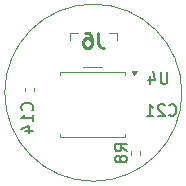
<source format=gbr>
%TF.GenerationSoftware,KiCad,Pcbnew,9.0.0*%
%TF.CreationDate,2025-03-13T16:01:27-04:00*%
%TF.ProjectId,IngestibleCapsule-Board,496e6765-7374-4696-926c-654361707375,rev?*%
%TF.SameCoordinates,Original*%
%TF.FileFunction,Legend,Bot*%
%TF.FilePolarity,Positive*%
%FSLAX46Y46*%
G04 Gerber Fmt 4.6, Leading zero omitted, Abs format (unit mm)*
G04 Created by KiCad (PCBNEW 9.0.0) date 2025-03-13 16:01:27*
%MOMM*%
%LPD*%
G01*
G04 APERTURE LIST*
%ADD10C,0.150000*%
%ADD11C,0.254000*%
%ADD12C,0.120000*%
%ADD13C,0.100000*%
%TA.AperFunction,Profile*%
%ADD14C,0.050000*%
%TD*%
G04 APERTURE END LIST*
D10*
X106259404Y-113249819D02*
X106259404Y-114059342D01*
X106259404Y-114059342D02*
X106211785Y-114154580D01*
X106211785Y-114154580D02*
X106164166Y-114202200D01*
X106164166Y-114202200D02*
X106068928Y-114249819D01*
X106068928Y-114249819D02*
X105878452Y-114249819D01*
X105878452Y-114249819D02*
X105783214Y-114202200D01*
X105783214Y-114202200D02*
X105735595Y-114154580D01*
X105735595Y-114154580D02*
X105687976Y-114059342D01*
X105687976Y-114059342D02*
X105687976Y-113249819D01*
X104783214Y-113583152D02*
X104783214Y-114249819D01*
X105021309Y-113202200D02*
X105259404Y-113916485D01*
X105259404Y-113916485D02*
X104640357Y-113916485D01*
X94807080Y-116477142D02*
X94854700Y-116429523D01*
X94854700Y-116429523D02*
X94902319Y-116286666D01*
X94902319Y-116286666D02*
X94902319Y-116191428D01*
X94902319Y-116191428D02*
X94854700Y-116048571D01*
X94854700Y-116048571D02*
X94759461Y-115953333D01*
X94759461Y-115953333D02*
X94664223Y-115905714D01*
X94664223Y-115905714D02*
X94473747Y-115858095D01*
X94473747Y-115858095D02*
X94330890Y-115858095D01*
X94330890Y-115858095D02*
X94140414Y-115905714D01*
X94140414Y-115905714D02*
X94045176Y-115953333D01*
X94045176Y-115953333D02*
X93949938Y-116048571D01*
X93949938Y-116048571D02*
X93902319Y-116191428D01*
X93902319Y-116191428D02*
X93902319Y-116286666D01*
X93902319Y-116286666D02*
X93949938Y-116429523D01*
X93949938Y-116429523D02*
X93997557Y-116477142D01*
X94902319Y-117429523D02*
X94902319Y-116858095D01*
X94902319Y-117143809D02*
X93902319Y-117143809D01*
X93902319Y-117143809D02*
X94045176Y-117048571D01*
X94045176Y-117048571D02*
X94140414Y-116953333D01*
X94140414Y-116953333D02*
X94188033Y-116858095D01*
X94235652Y-118286666D02*
X94902319Y-118286666D01*
X93854700Y-118048571D02*
X94568985Y-117810476D01*
X94568985Y-117810476D02*
X94568985Y-118429523D01*
X102854819Y-119953333D02*
X102378628Y-119620000D01*
X102854819Y-119381905D02*
X101854819Y-119381905D01*
X101854819Y-119381905D02*
X101854819Y-119762857D01*
X101854819Y-119762857D02*
X101902438Y-119858095D01*
X101902438Y-119858095D02*
X101950057Y-119905714D01*
X101950057Y-119905714D02*
X102045295Y-119953333D01*
X102045295Y-119953333D02*
X102188152Y-119953333D01*
X102188152Y-119953333D02*
X102283390Y-119905714D01*
X102283390Y-119905714D02*
X102331009Y-119858095D01*
X102331009Y-119858095D02*
X102378628Y-119762857D01*
X102378628Y-119762857D02*
X102378628Y-119381905D01*
X102283390Y-120524762D02*
X102235771Y-120429524D01*
X102235771Y-120429524D02*
X102188152Y-120381905D01*
X102188152Y-120381905D02*
X102092914Y-120334286D01*
X102092914Y-120334286D02*
X102045295Y-120334286D01*
X102045295Y-120334286D02*
X101950057Y-120381905D01*
X101950057Y-120381905D02*
X101902438Y-120429524D01*
X101902438Y-120429524D02*
X101854819Y-120524762D01*
X101854819Y-120524762D02*
X101854819Y-120715238D01*
X101854819Y-120715238D02*
X101902438Y-120810476D01*
X101902438Y-120810476D02*
X101950057Y-120858095D01*
X101950057Y-120858095D02*
X102045295Y-120905714D01*
X102045295Y-120905714D02*
X102092914Y-120905714D01*
X102092914Y-120905714D02*
X102188152Y-120858095D01*
X102188152Y-120858095D02*
X102235771Y-120810476D01*
X102235771Y-120810476D02*
X102283390Y-120715238D01*
X102283390Y-120715238D02*
X102283390Y-120524762D01*
X102283390Y-120524762D02*
X102331009Y-120429524D01*
X102331009Y-120429524D02*
X102378628Y-120381905D01*
X102378628Y-120381905D02*
X102473866Y-120334286D01*
X102473866Y-120334286D02*
X102664342Y-120334286D01*
X102664342Y-120334286D02*
X102759580Y-120381905D01*
X102759580Y-120381905D02*
X102807200Y-120429524D01*
X102807200Y-120429524D02*
X102854819Y-120524762D01*
X102854819Y-120524762D02*
X102854819Y-120715238D01*
X102854819Y-120715238D02*
X102807200Y-120810476D01*
X102807200Y-120810476D02*
X102759580Y-120858095D01*
X102759580Y-120858095D02*
X102664342Y-120905714D01*
X102664342Y-120905714D02*
X102473866Y-120905714D01*
X102473866Y-120905714D02*
X102378628Y-120858095D01*
X102378628Y-120858095D02*
X102331009Y-120810476D01*
X102331009Y-120810476D02*
X102283390Y-120715238D01*
D11*
X100423332Y-109917318D02*
X100423332Y-110824461D01*
X100423332Y-110824461D02*
X100483809Y-111005889D01*
X100483809Y-111005889D02*
X100604761Y-111126842D01*
X100604761Y-111126842D02*
X100786190Y-111187318D01*
X100786190Y-111187318D02*
X100907142Y-111187318D01*
X99274285Y-109917318D02*
X99516190Y-109917318D01*
X99516190Y-109917318D02*
X99637142Y-109977794D01*
X99637142Y-109977794D02*
X99697618Y-110038270D01*
X99697618Y-110038270D02*
X99818571Y-110219699D01*
X99818571Y-110219699D02*
X99879047Y-110461603D01*
X99879047Y-110461603D02*
X99879047Y-110945413D01*
X99879047Y-110945413D02*
X99818571Y-111066365D01*
X99818571Y-111066365D02*
X99758094Y-111126842D01*
X99758094Y-111126842D02*
X99637142Y-111187318D01*
X99637142Y-111187318D02*
X99395237Y-111187318D01*
X99395237Y-111187318D02*
X99274285Y-111126842D01*
X99274285Y-111126842D02*
X99213809Y-111066365D01*
X99213809Y-111066365D02*
X99153332Y-110945413D01*
X99153332Y-110945413D02*
X99153332Y-110643032D01*
X99153332Y-110643032D02*
X99213809Y-110522080D01*
X99213809Y-110522080D02*
X99274285Y-110461603D01*
X99274285Y-110461603D02*
X99395237Y-110401127D01*
X99395237Y-110401127D02*
X99637142Y-110401127D01*
X99637142Y-110401127D02*
X99758094Y-110461603D01*
X99758094Y-110461603D02*
X99818571Y-110522080D01*
X99818571Y-110522080D02*
X99879047Y-110643032D01*
D10*
X106417857Y-116884580D02*
X106465476Y-116932200D01*
X106465476Y-116932200D02*
X106608333Y-116979819D01*
X106608333Y-116979819D02*
X106703571Y-116979819D01*
X106703571Y-116979819D02*
X106846428Y-116932200D01*
X106846428Y-116932200D02*
X106941666Y-116836961D01*
X106941666Y-116836961D02*
X106989285Y-116741723D01*
X106989285Y-116741723D02*
X107036904Y-116551247D01*
X107036904Y-116551247D02*
X107036904Y-116408390D01*
X107036904Y-116408390D02*
X106989285Y-116217914D01*
X106989285Y-116217914D02*
X106941666Y-116122676D01*
X106941666Y-116122676D02*
X106846428Y-116027438D01*
X106846428Y-116027438D02*
X106703571Y-115979819D01*
X106703571Y-115979819D02*
X106608333Y-115979819D01*
X106608333Y-115979819D02*
X106465476Y-116027438D01*
X106465476Y-116027438D02*
X106417857Y-116075057D01*
X106036904Y-116075057D02*
X105989285Y-116027438D01*
X105989285Y-116027438D02*
X105894047Y-115979819D01*
X105894047Y-115979819D02*
X105655952Y-115979819D01*
X105655952Y-115979819D02*
X105560714Y-116027438D01*
X105560714Y-116027438D02*
X105513095Y-116075057D01*
X105513095Y-116075057D02*
X105465476Y-116170295D01*
X105465476Y-116170295D02*
X105465476Y-116265533D01*
X105465476Y-116265533D02*
X105513095Y-116408390D01*
X105513095Y-116408390D02*
X106084523Y-116979819D01*
X106084523Y-116979819D02*
X105465476Y-116979819D01*
X104513095Y-116979819D02*
X105084523Y-116979819D01*
X104798809Y-116979819D02*
X104798809Y-115979819D01*
X104798809Y-115979819D02*
X104894047Y-116122676D01*
X104894047Y-116122676D02*
X104989285Y-116217914D01*
X104989285Y-116217914D02*
X105084523Y-116265533D01*
D12*
%TO.C,U4*%
X97187500Y-113235000D02*
X97187500Y-113505000D01*
X97187500Y-118755000D02*
X97187500Y-118485000D01*
X99947500Y-113235000D02*
X97187500Y-113235000D01*
X99947500Y-113235000D02*
X102707500Y-113235000D01*
X99947500Y-118755000D02*
X97187500Y-118755000D01*
X99947500Y-118755000D02*
X102707500Y-118755000D01*
X102707500Y-113235000D02*
X102707500Y-113505000D01*
X102707500Y-118755000D02*
X102707500Y-118485000D01*
X103472500Y-113505000D02*
X103232500Y-113175000D01*
X103712500Y-113175000D01*
X103472500Y-113505000D01*
G36*
X103472500Y-113505000D02*
G01*
X103232500Y-113175000D01*
X103712500Y-113175000D01*
X103472500Y-113505000D01*
G37*
%TO.C,C14*%
X94237500Y-114607164D02*
X94237500Y-114822836D01*
X94957500Y-114607164D02*
X94957500Y-114822836D01*
%TO.C,R8*%
X103217500Y-119966359D02*
X103217500Y-120273641D01*
X103977500Y-119966359D02*
X103977500Y-120273641D01*
D13*
%TO.C,J6*%
X98000000Y-109938000D02*
X98000000Y-110563000D01*
X98700000Y-109938000D02*
X98000000Y-109938000D01*
X100700000Y-112838000D02*
X99100000Y-112838000D01*
X101300000Y-109938000D02*
X102000000Y-109938000D01*
X102000000Y-109938000D02*
X102000000Y-110563000D01*
%TD*%
D14*
X107500000Y-115000000D02*
G75*
G02*
X92500000Y-115000000I-7500000J0D01*
G01*
X92500000Y-115000000D02*
G75*
G02*
X107500000Y-115000000I7500000J0D01*
G01*
M02*

</source>
